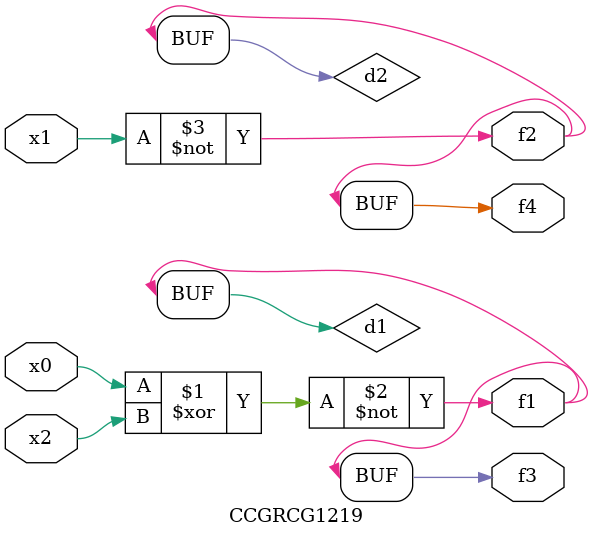
<source format=v>
module CCGRCG1219(
	input x0, x1, x2,
	output f1, f2, f3, f4
);

	wire d1, d2, d3;

	xnor (d1, x0, x2);
	nand (d2, x1);
	nor (d3, x1, x2);
	assign f1 = d1;
	assign f2 = d2;
	assign f3 = d1;
	assign f4 = d2;
endmodule

</source>
